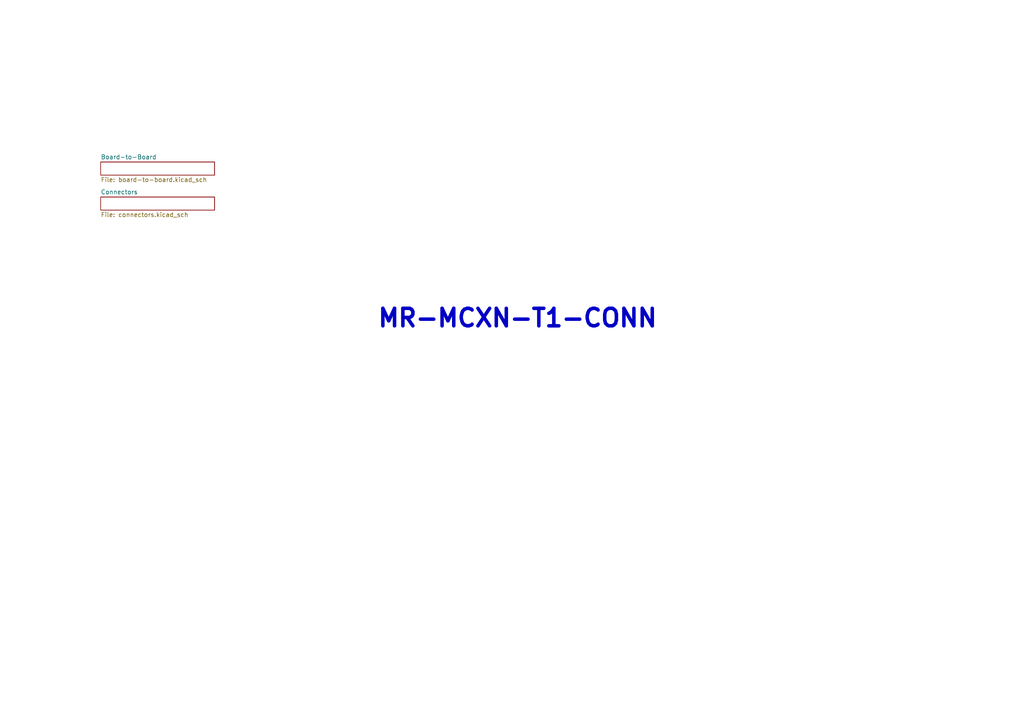
<source format=kicad_sch>
(kicad_sch
	(version 20250114)
	(generator "eeschema")
	(generator_version "9.0")
	(uuid "04285d74-eeba-483c-9378-52bd287e15a2")
	(paper "A4")
	(title_block
		(title "MR-MCXN-T1-CONN")
		(date "2025-09-10")
		(rev "X0")
		(company "NXP SEMICONDUCTORS B.V.")
		(comment 3 "DESIGNER: PvdP/BMP")
		(comment 4 "CTO SYSTEM INNOVATIONS / MOBILE ROBOTICS DOMAIN")
	)
	(lib_symbols)
	(text "MR-MCXN-T1-CONN"
		(exclude_from_sim no)
		(at 150.114 92.456 0)
		(effects
			(font
				(size 5.08 5.08)
				(thickness 1.016)
				(bold yes)
			)
		)
		(uuid "efc3dc01-334a-4e73-83f5-a10926ac194b")
	)
	(sheet
		(at 29.21 46.99)
		(size 33.02 3.81)
		(exclude_from_sim no)
		(in_bom yes)
		(on_board yes)
		(dnp no)
		(fields_autoplaced yes)
		(stroke
			(width 0.1524)
			(type solid)
		)
		(fill
			(color 0 0 0 0.0000)
		)
		(uuid "ccc0d483-c16f-4a48-802e-c15323fec247")
		(property "Sheetname" "Board-to-Board"
			(at 29.21 46.2784 0)
			(effects
				(font
					(size 1.27 1.27)
				)
				(justify left bottom)
			)
		)
		(property "Sheetfile" "board-to-board.kicad_sch"
			(at 29.21 51.3846 0)
			(effects
				(font
					(size 1.27 1.27)
				)
				(justify left top)
			)
		)
		(instances
			(project "spinali_mcxn_t1_conn"
				(path "/04285d74-eeba-483c-9378-52bd287e15a2"
					(page "2")
				)
			)
		)
	)
	(sheet
		(at 29.21 57.15)
		(size 33.02 3.81)
		(exclude_from_sim no)
		(in_bom yes)
		(on_board yes)
		(dnp no)
		(fields_autoplaced yes)
		(stroke
			(width 0.1524)
			(type solid)
		)
		(fill
			(color 0 0 0 0.0000)
		)
		(uuid "d46d18ea-5041-4bdf-8a2f-871da180f13d")
		(property "Sheetname" "Connectors"
			(at 29.21 56.4384 0)
			(effects
				(font
					(size 1.27 1.27)
				)
				(justify left bottom)
			)
		)
		(property "Sheetfile" "connectors.kicad_sch"
			(at 29.21 61.5446 0)
			(effects
				(font
					(size 1.27 1.27)
				)
				(justify left top)
			)
		)
		(instances
			(project "spinali_mcxn_t1_conn"
				(path "/04285d74-eeba-483c-9378-52bd287e15a2"
					(page "3")
				)
			)
		)
	)
	(sheet_instances
		(path "/"
			(page "1")
		)
	)
	(embedded_fonts no)
)

</source>
